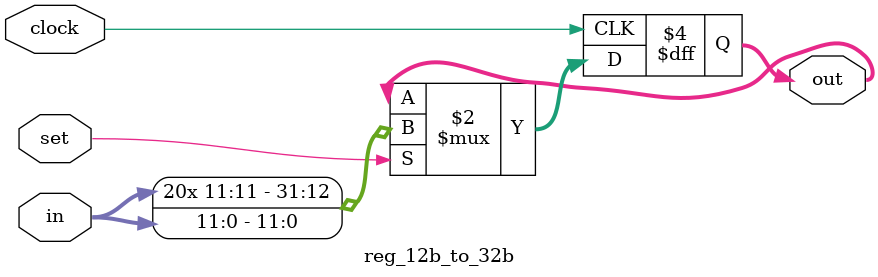
<source format=sv>



//Also sign extends, as the spec seems to imply 12 bit immediates are always sign extended for I-type.

module reg_12b_to_32b(
    input logic clock,
    input logic set,
    input logic [11:0] in,
    output logic [31:0] out
);

    always_ff @(posedge clock) begin
        if (set) begin
            out <= {{20{in[11]}}, in}; //Don't know if there's a more idometic sign ext in SV?
		end
    end

endmodule
</source>
